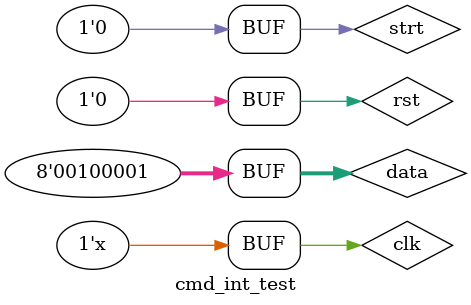
<source format=v>
`timescale 1ns / 1ps


module cmd_int_test;

	// Inputs
	reg clk;
	reg strt;
	reg rst;
	reg [7:0] data;

	// Outputs
	wire [7:0] op_A;
	wire [7:0] op_B;
	wire [3:0] cmd;
	wire [7:0] debug;
	wire rdy;

	// Instantiate the Unit Under Test (UUT)
	cmd_interp uut (
		.clk(clk), 
		.strt(strt), 
		.rst(rst), 
		.data(data), 
		.op_A(op_A), 
		.op_B(op_B), 
		.cmd(cmd), 
		.debug(debug), 
		.rdy(rdy)
	);

	initial begin
		// Initialize Inputs
		clk = 0;
		strt = 0;
		rst = 1;
		data = 0;

		// Wait 100 ns for global reset to finish
		#100;
        
		// Add stimulus here
		rst <= 0;
		
		data <= 8'h32;
		strt <= 1;
		#10;
		strt <= 0;
		#100;
		
		data <= 8'h2B;
		strt <= 1;
		#10;
		strt <= 0;
		#100;
		
		data <= 8'h31;
		strt <= 1;
		#10;
		strt <= 0;
		#100;
		
		data <= 8'h35;
		strt <= 1;
		#10;
		strt <= 0;
		#100;
		
		data <= 8'h3D;
		strt <= 1;
		#10;
		strt <= 0;
		#100;
		
		data <= 8'h21;
		strt <= 1;
		#10;
		strt <= 0;
		#100;
		

	end
	
	always #5
		clk <= ~clk;
      
endmodule


</source>
